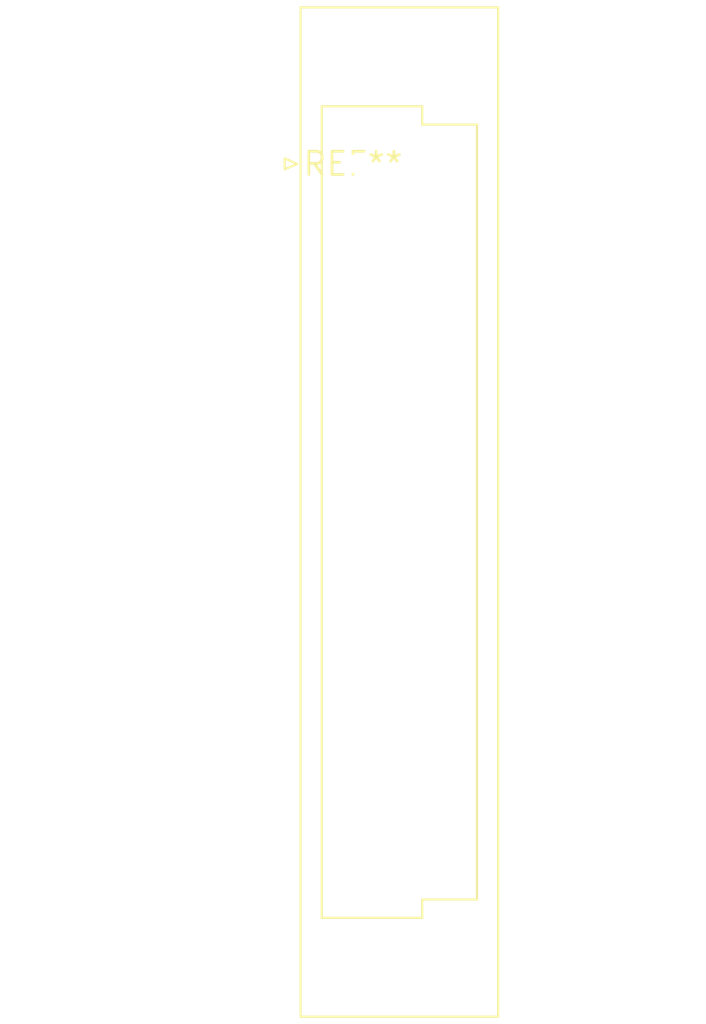
<source format=kicad_pcb>
(kicad_pcb (version 20240108) (generator pcbnew)
  (layers (0 "F.Cu" signal) (31 "B.Cu" signal) (34 "B.Paste" user) (35 "F.Paste" user) (36 "B.SilkS" user "B.Silkscreen") (37 "F.SilkS" user "F.Silkscreen") (38 "B.Mask" user) (39 "F.Mask" user) (44 "Edge.Cuts" user))
  (net 0 "")
  (footprint "DIN41612_C2_2x16_Female_Vertical_THT" (layer "F.Cu") (at 0 0)
    (property "Reference" "REF**")
    (property "Value" "DIN41612_C2_2x16_Female_Vertical_THT")
    (fp_line (start -3.74 -0.3) (end -3.74 0.3) (layer "F.SilkS") (stroke (width 0.12)))
    (fp_line (start -3.74 0.3) (end -3.06 0) (layer "F.SilkS") (stroke (width 0.12)))
    (fp_line (start -3.06 0) (end -3.74 -0.3) (layer "F.SilkS") (stroke (width 0.12)))
    (fp_line (start -2.87 -8.56) (end 7.95 -8.56) (layer "F.SilkS") (stroke (width 0.12)))
    (fp_line (start -2.87 46.66) (end -2.87 -8.56) (layer "F.SilkS") (stroke (width 0.12)))
    (fp_line (start -1.71 -3.15) (end 3.79 -3.15) (layer "F.SilkS") (stroke (width 0.12)))
    (fp_line (start -1.71 41.25) (end -1.71 -3.15) (layer "F.SilkS") (stroke (width 0.12)))
    (fp_line (start 3.79 -3.15) (end 3.79 -2.15) (layer "F.SilkS") (stroke (width 0.12)))
    (fp_line (start 3.79 -2.15) (end 6.79 -2.15) (layer "F.SilkS") (stroke (width 0.12)))
    (fp_line (start 3.79 40.25) (end 3.79 41.25) (layer "F.SilkS") (stroke (width 0.12)))
    (fp_line (start 3.79 41.25) (end -1.71 41.25) (layer "F.SilkS") (stroke (width 0.12)))
    (fp_line (start 6.79 -2.15) (end 6.79 40.25) (layer "F.SilkS") (stroke (width 0.12)))
    (fp_line (start 6.79 40.25) (end 3.79 40.25) (layer "F.SilkS") (stroke (width 0.12)))
    (fp_line (start 7.95 -8.56) (end 7.95 46.66) (layer "F.SilkS") (stroke (width 0.12)))
    (fp_line (start 7.95 46.66) (end -2.87 46.66) (layer "F.SilkS") (stroke (width 0.12)))
    (pad "" np_thru_hole circle (at 2.24 -5.95) (size 2.85 2.85) (drill 2.85) (layers *.Cu *.Mask))
    (pad "" np_thru_hole circle (at 2.24 44.05) (size 2.85 2.85) (drill 2.85) (layers *.Cu *.Mask))
    (pad "a1" thru_hole roundrect (at 0 0) (size 1.55 1.55) (drill 1) (layers *.Cu *.Mask) (remove_unused_layers) (roundrect_rratio 0.16129))
    (pad "a2" thru_hole circle (at 0 2.54) (size 1.55 1.55) (drill 1) (layers *.Cu *.Mask) (remove_unused_layers))
    (pad "a3" thru_hole circle (at 0 5.08) (size 1.55 1.55) (drill 1) (layers *.Cu *.Mask) (remove_unused_layers))
    (pad "a4" thru_hole circle (at 0 7.62) (size 1.55 1.55) (drill 1) (layers *.Cu *.Mask) (remove_unused_layers))
    (pad "a5" thru_hole circle (at 0 10.16) (size 1.55 1.55) (drill 1) (layers *.Cu *.Mask) (remove_unused_layers))
    (pad "a6" thru_hole circle (at 0 12.7) (size 1.55 1.55) (drill 1) (layers *.Cu *.Mask) (remove_unused_layers))
    (pad "a7" thru_hole circle (at 0 15.24) (size 1.55 1.55) (drill 1) (layers *.Cu *.Mask) (remove_unused_layers))
    (pad "a8" thru_hole circle (at 0 17.78) (size 1.55 1.55) (drill 1) (layers *.Cu *.Mask) (remove_unused_layers))
    (pad "a9" thru_hole circle (at 0 20.32) (size 1.55 1.55) (drill 1) (layers *.Cu *.Mask) (remove_unused_layers))
    (pad "a10" thru_hole circle (at 0 22.86) (size 1.55 1.55) (drill 1) (layers *.Cu *.Mask) (remove_unused_layers))
    (pad "a11" thru_hole circle (at 0 25.4) (size 1.55 1.55) (drill 1) (layers *.Cu *.Mask) (remove_unused_layers))
    (pad "a12" thru_hole circle (at 0 27.94) (size 1.55 1.55) (drill 1) (layers *.Cu *.Mask) (remove_unused_layers))
    (pad "a13" thru_hole circle (at 0 30.48) (size 1.55 1.55) (drill 1) (layers *.Cu *.Mask) (remove_unused_layers))
    (pad "a14" thru_hole circle (at 0 33.02) (size 1.55 1.55) (drill 1) (layers *.Cu *.Mask) (remove_unused_layers))
    (pad "a15" thru_hole circle (at 0 35.56) (size 1.55 1.55) (drill 1) (layers *.Cu *.Mask) (remove_unused_layers))
    (pad "a16" thru_hole circle (at 0 38.1) (size 1.55 1.55) (drill 1) (layers *.Cu *.Mask) (remove_unused_layers))
    (pad "c1" thru_hole circle (at 5.08 0) (size 1.55 1.55) (drill 1) (layers *.Cu *.Mask) (remove_unused_layers))
    (pad "c2" thru_hole circle (at 5.08 2.54) (size 1.55 1.55) (drill 1) (layers *.Cu *.Mask) (remove_unused_layers))
    (pad "c3" thru_hole circle (at 5.08 5.08) (size 1.55 1.55) (drill 1) (layers *.Cu *.Mask) (remove_unused_layers))
    (pad "c4" thru_hole circle (at 5.08 7.62) (size 1.55 1.55) (drill 1) (layers *.Cu *.Mask) (remove_unused_layers))
    (pad "c5" thru_hole circle (at 5.08 10.16) (size 1.55 1.55) (drill 1) (layers *.Cu *.Mask) (remove_unused_layers))
    (pad "c6" thru_hole circle (at 5.08 12.7) (size 1.55 1.55) (drill 1) (layers *.Cu *.Mask) (remove_unused_layers))
    (pad "c7" thru_hole circle (at 5.08 15.24) (size 1.55 1.55) (drill 1) (layers *.Cu *.Mask) (remove_unused_layers))
    (pad "c8" thru_hole circle (at 5.08 17.78) (size 1.55 1.55) (drill 1) (layers *.Cu *.Mask) (remove_unused_layers))
    (pad "c9" thru_hole circle (at 5.08 20.32) (size 1.55 1.55) (drill 1) (layers *.Cu *.Mask) (remove_unused_layers))
    (pad "c10" thru_hole circle (at 5.08 22.86) (size 1.55 1.55) (drill 1) (layers *.Cu *.Mask) (remove_unused_layers))
    (pad "c11" thru_hole circle (at 5.08 25.4) (size 1.55 1.55) (drill 1) (layers *.Cu *.Mask) (remove_unused_layers))
    (pad "c12" thru_hole circle (at 5.08 27.94) (size 1.55 1.55) (drill 1) (layers *.Cu *.Mask) (remove_unused_layers))
    (pad "c13" thru_hole circle (at 5.08 30.48) (size 1.55 1.55) (drill 1) (layers *.Cu *.Mask) (remove_unused_layers))
    (pad "c14" thru_hole circle (at 5.08 33.02) (size 1.55 1.55) (drill 1) (layers *.Cu *.Mask) (remove_unused_layers))
    (pad "c15" thru_hole circle (at 5.08 35.56) (size 1.55 1.55) (drill 1) (layers *.Cu *.Mask) (remove_unused_layers))
    (pad "c16" thru_hole circle (at 5.08 38.1) (size 1.55 1.55) (drill 1) (layers *.Cu *.Mask) (remove_unused_layers))
  )
)
</source>
